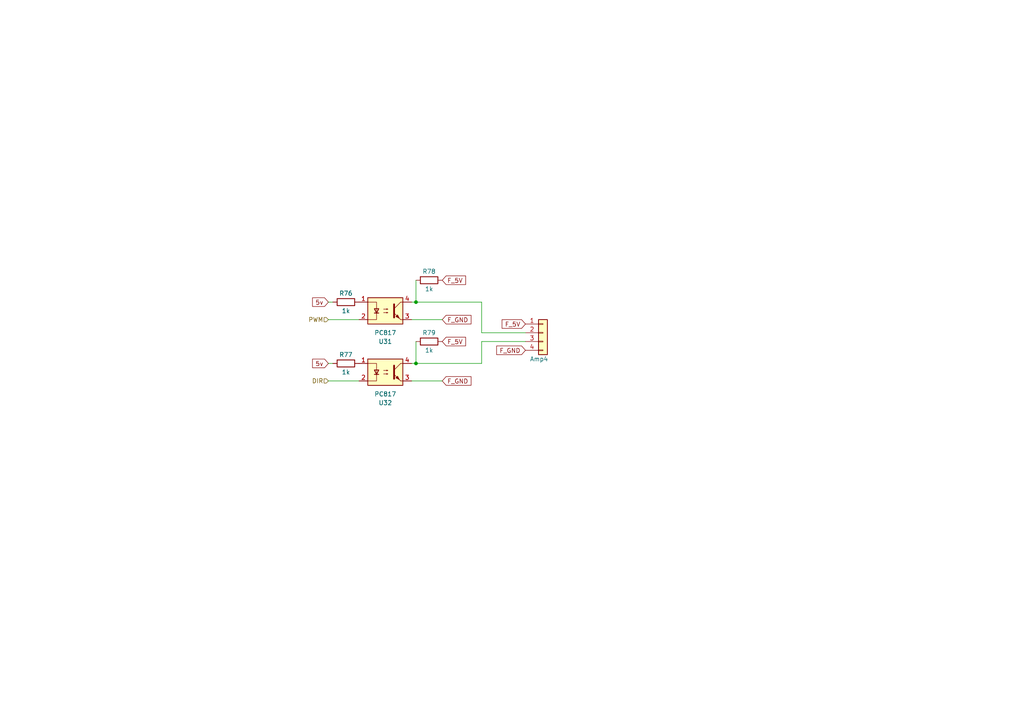
<source format=kicad_sch>
(kicad_sch (version 20231120) (generator "eeschema") (generator_version "8.0")
  (paper "A4")
  (lib_symbols
    (symbol "Connector_Generic:Conn_01x04" (pin_names (offset 1.016) hide)
      (property "Reference" "J" (at 0 5.08 0))
      (property "Value" "Conn_01x04" (at 0 -7.62 0))
      (symbol "Conn_01x04_1_1"
        (rectangle (start -1.27 -4.953) (end 0 -5.207) (stroke (width 0.1524)))
        (rectangle (start -1.27 -2.413) (end 0 -2.667) (stroke (width 0.1524)))
        (rectangle (start -1.27 0.127) (end 0 -0.127) (stroke (width 0.1524)))
        (rectangle (start -1.27 2.667) (end 0 2.413) (stroke (width 0.1524)))
        (rectangle (start -1.27 3.81) (end 1.27 -6.35) (stroke (width 0.254)) (fill (type background)))
        (pin passive line (at -5.08 2.54 0) (length 3.81) (name "Pin_1") (number "1"))
        (pin passive line (at -5.08 0 0) (length 3.81) (name "Pin_2") (number "2"))
        (pin passive line (at -5.08 -2.54 0) (length 3.81) (name "Pin_3") (number "3"))
        (pin passive line (at -5.08 -5.08 0) (length 3.81) (name "Pin_4") (number "4"))
      )
    )
    (symbol "Device:R" (pin_numbers hide) (pin_names (offset 0))
      (property "Reference" "R" (at 2.032 0 90))
      (property "Value" "R" (at 0 0 90))
      (symbol "R_0_1"
        (rectangle (start -1.016 -2.54) (end 1.016 2.54) (stroke (width 0.254)))
      )
      (symbol "R_1_1"
        (pin passive line (at 0 3.81 270) (length 1.27) (name "~") (number "1"))
        (pin passive line (at 0 -3.81 90) (length 1.27) (name "~") (number "2"))
      )
    )
    (symbol "Isolator:PC817" (pin_names (offset 1.016))
      (property "Reference" "U" (at -5.08 5.08 0))
      (property "Value" "PC817" (at 0 5.08 0))
      (symbol "PC817_0_1"
        (rectangle (start -5.08 3.81) (end 5.08 -3.81) (stroke (width 0.254)) (fill (type background)))
        (polyline (pts (xy -3.175 -0.635) (xy -1.905 -0.635)) (stroke (width 0.254)))
        (polyline (pts (xy 2.54 0.635) (xy 4.445 2.54)))
        (polyline (pts (xy 4.445 -2.54) (xy 2.54 -0.635)) (fill (type outline)))
        (polyline (pts (xy 4.445 -2.54) (xy 5.08 -2.54)))
        (polyline (pts (xy 4.445 2.54) (xy 5.08 2.54)))
        (polyline (pts (xy -5.08 2.54) (xy -2.54 2.54) (xy -2.54 -0.635)))
        (polyline (pts (xy -2.54 -0.635) (xy -2.54 -2.54) (xy -5.08 -2.54)))
        (polyline (pts (xy 2.54 1.905) (xy 2.54 -1.905) (xy 2.54 -1.905)) (stroke (width 0.508)))
        (polyline (pts (xy -2.54 -0.635) (xy -3.175 0.635) (xy -1.905 0.635) (xy -2.54 -0.635)) (stroke (width 0.254)))
        (polyline (pts (xy -0.508 -0.508) (xy 0.762 -0.508) (xy 0.381 -0.635) (xy 0.381 -0.381) (xy 0.762 -0.508)))
        (polyline (pts (xy -0.508 0.508) (xy 0.762 0.508) (xy 0.381 0.381) (xy 0.381 0.635) (xy 0.762 0.508)))
        (polyline (pts (xy 3.048 -1.651) (xy 3.556 -1.143) (xy 4.064 -2.159) (xy 3.048 -1.651) (xy 3.048 -1.651)) (fill (type outline)))
      )
      (symbol "PC817_1_1"
        (pin passive line (at -7.62 2.54 0) (length 2.54) (name "~") (number "1"))
        (pin passive line (at -7.62 -2.54 0) (length 2.54) (name "~") (number "2"))
        (pin passive line (at 7.62 -2.54 180) (length 2.54) (name "~") (number "3"))
        (pin passive line (at 7.62 2.54 180) (length 2.54) (name "~") (number "4"))
      )
    )
  )
  (junction (at 120.65 105.41))
  (junction (at 120.65 87.63))
  (wire (pts (xy 119.38 110.49) (xy 128.27 110.49)))
  (wire (pts (xy 104.14 92.71) (xy 95.25 92.71)))
  (wire (pts (xy 120.65 99.06) (xy 120.65 105.41)))
  (wire (pts (xy 152.4 96.52) (xy 139.7 96.52)))
  (wire (pts (xy 120.65 81.28) (xy 120.65 87.63)))
  (wire (pts (xy 120.65 105.41) (xy 139.7 105.41)))
  (wire (pts (xy 139.7 99.06) (xy 152.4 99.06)))
  (wire (pts (xy 120.65 105.41) (xy 119.38 105.41)))
  (wire (pts (xy 119.38 92.71) (xy 128.27 92.71)))
  (wire (pts (xy 95.25 87.63) (xy 96.52 87.63)))
  (wire (pts (xy 120.65 87.63) (xy 139.7 87.63)))
  (wire (pts (xy 95.25 105.41) (xy 96.52 105.41)))
  (wire (pts (xy 139.7 96.52) (xy 139.7 87.63)))
  (wire (pts (xy 139.7 105.41) (xy 139.7 99.06)))
  (wire (pts (xy 120.65 87.63) (xy 119.38 87.63)))
  (wire (pts (xy 104.14 110.49) (xy 95.25 110.49)))
  (global_label "F_GND" (shape input) (at 128.27 92.71 0) (property "Intersheetrefs" "${INTERSHEET_REFS}" (effects (hide yes))))
  (global_label "F_5V" (shape input) (at 152.4 93.98 180) (property "Intersheetrefs" "${INTERSHEET_REFS}" (effects (hide yes))))
  (global_label "F_GND" (shape input) (at 152.4 101.6 180) (property "Intersheetrefs" "${INTERSHEET_REFS}" (effects (hide yes))))
  (global_label "F_GND" (shape input) (at 128.27 110.49 0) (property "Intersheetrefs" "${INTERSHEET_REFS}" (effects (hide yes))))
  (global_label "F_5V" (shape input) (at 128.27 99.06 0) (property "Intersheetrefs" "${INTERSHEET_REFS}" (effects (hide yes))))
  (global_label "F_5V" (shape input) (at 128.27 81.28 0) (property "Intersheetrefs" "${INTERSHEET_REFS}" (effects (hide yes))))
  (global_label "5v" (shape input) (at 95.25 105.41 180) (property "Intersheetrefs" "${INTERSHEET_REFS}" (effects (hide yes))))
  (global_label "5v" (shape input) (at 95.25 87.63 180) (property "Intersheetrefs" "${INTERSHEET_REFS}" (effects (hide yes))))
  (hierarchical_label "DIR" (shape input) (at 95.25 110.49 180))
  (hierarchical_label "PWM" (shape input) (at 95.25 92.71 180))
  (symbol (lib_id "Device:R") (at 124.46 81.28 270) (mirror x) (unit 1)
    (property "Reference" "R78" (at 124.46 78.74 90))
    (property "Value" "1k" (at 124.46 83.82 90))
    (property "Footprint" "Resistor_SMD:R_1206_3216Metric" (effects (hide yes)))
    (instances (project "rio-motoman" (path "" (reference "R78") (unit 1)) (path "" (reference "R82") (unit 1)) (path "" (reference "R74") (unit 1)) (path "" (reference "R66") (unit 1)) (path "" (reference "R70") (unit 1)) (path "" (reference "R60") (unit 1))))
  )
  (symbol (lib_id "Isolator:PC817") (at 111.76 90.17 0) (unit 1)
    (property "Reference" "U31" (at 111.76 99.06 0))
    (property "Value" "PC817" (at 111.76 96.52 0))
    (property "Footprint" "Package_DIP:DIP-4_W7.62mm" (effects (hide yes)))
    (property "Datasheet" "http://www.soselectronic.cz/a_info/resource/d/pc817.pdf" (effects (hide yes)))
    (instances (project "rio-motoman" (path "" (reference "U31") (unit 1)) (path "" (reference "U33") (unit 1)) (path "" (reference "U29") (unit 1)) (path "" (reference "U25") (unit 1)) (path "" (reference "U27") (unit 1)) (path "" (reference "U23") (unit 1))))
  )
  (symbol (lib_id "Device:R") (at 100.33 87.63 270) (mirror x) (unit 1)
    (property "Reference" "R76" (at 100.33 85.09 90))
    (property "Value" "1k" (at 100.33 90.17 90))
    (property "Footprint" "Resistor_SMD:R_1206_3216Metric" (effects (hide yes)))
    (instances (project "rio-motoman" (path "" (reference "R76") (unit 1)) (path "" (reference "R80") (unit 1)) (path "" (reference "R72") (unit 1)) (path "" (reference "R64") (unit 1)) (path "" (reference "R68") (unit 1)) (path "" (reference "R61") (unit 1))))
  )
  (symbol (lib_id "Connector_Generic:Conn_01x04") (at 157.48 96.52 0) (unit 1)
    (property "Reference" "Amp4" (at 153.67 104.14 0) (effects (justify left)))
    (property "Value" "Conn_01x04" (effects (hide yes)))
    (property "Footprint" "Connector_JST:JST_XH_B4B-XH-A_1x04_P2.50mm_Vertical" (effects (hide yes)))
    (instances (project "rio-motoman" (path "" (reference "Amp4") (unit 1)) (path "" (reference "Amp5") (unit 1)) (path "" (reference "Amp3") (unit 1)) (path "" (reference "Amp1") (unit 1)) (path "" (reference "Amp2") (unit 1)) (path "" (reference "Amp0") (unit 1))))
  )
  (symbol (lib_id "Device:R") (at 100.33 105.41 270) (mirror x) (unit 1)
    (property "Reference" "R77" (at 100.33 102.87 90))
    (property "Value" "1k" (at 100.33 107.95 90))
    (property "Footprint" "Resistor_SMD:R_1206_3216Metric" (effects (hide yes)))
    (instances (project "rio-motoman" (path "" (reference "R77") (unit 1)) (path "" (reference "R81") (unit 1)) (path "" (reference "R73") (unit 1)) (path "" (reference "R65") (unit 1)) (path "" (reference "R69") (unit 1)) (path "" (reference "R62") (unit 1))))
  )
  (symbol (lib_id "Isolator:PC817") (at 111.76 107.95 0) (unit 1)
    (property "Reference" "U32" (at 111.76 116.84 0))
    (property "Value" "PC817" (at 111.76 114.3 0))
    (property "Footprint" "Package_DIP:DIP-4_W7.62mm" (effects (hide yes)))
    (property "Datasheet" "http://www.soselectronic.cz/a_info/resource/d/pc817.pdf" (effects (hide yes)))
    (instances (project "rio-motoman" (path "" (reference "U32") (unit 1)) (path "" (reference "U34") (unit 1)) (path "" (reference "U30") (unit 1)) (path "" (reference "U26") (unit 1)) (path "" (reference "U28") (unit 1)) (path "" (reference "U24") (unit 1))))
  )
  (symbol (lib_id "Device:R") (at 124.46 99.06 270) (mirror x) (unit 1)
    (property "Reference" "R79" (at 124.46 96.52 90))
    (property "Value" "1k" (at 124.46 101.6 90))
    (property "Footprint" "Resistor_SMD:R_1206_3216Metric" (effects (hide yes)))
    (instances (project "rio-motoman" (path "" (reference "R79") (unit 1)) (path "" (reference "R83") (unit 1)) (path "" (reference "R75") (unit 1)) (path "" (reference "R67") (unit 1)) (path "" (reference "R71") (unit 1)) (path "" (reference "R63") (unit 1))))
  )
)
</source>
